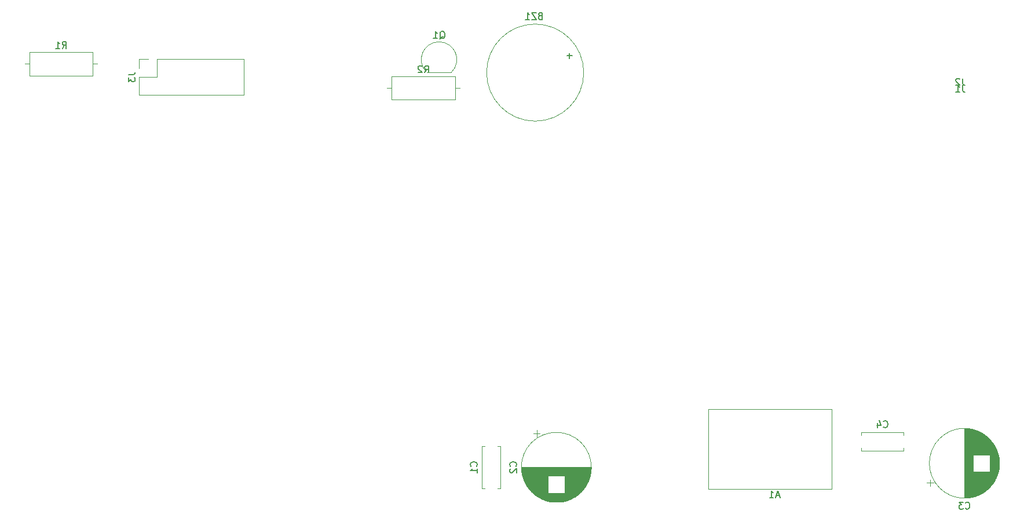
<source format=gbo>
%TF.GenerationSoftware,KiCad,Pcbnew,(5.1.12)-1*%
%TF.CreationDate,2022-06-03T19:18:09+02:00*%
%TF.ProjectId,pypilot_keyboard,70797069-6c6f-4745-9f6b-6579626f6172,rev?*%
%TF.SameCoordinates,Original*%
%TF.FileFunction,Legend,Bot*%
%TF.FilePolarity,Positive*%
%FSLAX46Y46*%
G04 Gerber Fmt 4.6, Leading zero omitted, Abs format (unit mm)*
G04 Created by KiCad (PCBNEW (5.1.12)-1) date 2022-06-03 19:18:09*
%MOMM*%
%LPD*%
G01*
G04 APERTURE LIST*
%ADD10C,0.120000*%
%ADD11C,0.150000*%
G04 APERTURE END LIST*
D10*
%TO.C,J3*%
X92015000Y-40580000D02*
X92015000Y-41910000D01*
X93345000Y-40580000D02*
X92015000Y-40580000D01*
X92015000Y-43180000D02*
X92015000Y-45780000D01*
X94615000Y-43180000D02*
X92015000Y-43180000D01*
X94615000Y-40580000D02*
X94615000Y-43180000D01*
X92015000Y-45780000D02*
X107375000Y-45780000D01*
X94615000Y-40580000D02*
X107375000Y-40580000D01*
X107375000Y-40580000D02*
X107375000Y-45780000D01*
%TO.C,R2*%
X138224000Y-43085600D02*
X138224000Y-46525600D01*
X138224000Y-46525600D02*
X128984000Y-46525600D01*
X128984000Y-46525600D02*
X128984000Y-43085600D01*
X128984000Y-43085600D02*
X138224000Y-43085600D01*
X138914000Y-44805600D02*
X138224000Y-44805600D01*
X128294000Y-44805600D02*
X128984000Y-44805600D01*
%TO.C,C3*%
X217805000Y-99695000D02*
G75*
G03*
X217805000Y-99695000I-5120000J0D01*
G01*
X212685000Y-104775000D02*
X212685000Y-94615000D01*
X212725000Y-104775000D02*
X212725000Y-94615000D01*
X212765000Y-104775000D02*
X212765000Y-94615000D01*
X212805000Y-104774000D02*
X212805000Y-94616000D01*
X212845000Y-104773000D02*
X212845000Y-94617000D01*
X212885000Y-104772000D02*
X212885000Y-94618000D01*
X212925000Y-104770000D02*
X212925000Y-94620000D01*
X212965000Y-104768000D02*
X212965000Y-94622000D01*
X213005000Y-104765000D02*
X213005000Y-94625000D01*
X213045000Y-104763000D02*
X213045000Y-94627000D01*
X213085000Y-104760000D02*
X213085000Y-94630000D01*
X213125000Y-104757000D02*
X213125000Y-94633000D01*
X213165000Y-104753000D02*
X213165000Y-94637000D01*
X213205000Y-104749000D02*
X213205000Y-94641000D01*
X213245000Y-104745000D02*
X213245000Y-94645000D01*
X213285000Y-104740000D02*
X213285000Y-94650000D01*
X213325000Y-104735000D02*
X213325000Y-94655000D01*
X213365000Y-104730000D02*
X213365000Y-94660000D01*
X213406000Y-104725000D02*
X213406000Y-94665000D01*
X213446000Y-104719000D02*
X213446000Y-94671000D01*
X213486000Y-104713000D02*
X213486000Y-94677000D01*
X213526000Y-104706000D02*
X213526000Y-94684000D01*
X213566000Y-104699000D02*
X213566000Y-94691000D01*
X213606000Y-104692000D02*
X213606000Y-94698000D01*
X213646000Y-104685000D02*
X213646000Y-94705000D01*
X213686000Y-104677000D02*
X213686000Y-94713000D01*
X213726000Y-104669000D02*
X213726000Y-94721000D01*
X213766000Y-104660000D02*
X213766000Y-94730000D01*
X213806000Y-104651000D02*
X213806000Y-94739000D01*
X213846000Y-104642000D02*
X213846000Y-94748000D01*
X213886000Y-104633000D02*
X213886000Y-94757000D01*
X213926000Y-104623000D02*
X213926000Y-94767000D01*
X213966000Y-104613000D02*
X213966000Y-100936000D01*
X213966000Y-98454000D02*
X213966000Y-94777000D01*
X214006000Y-104602000D02*
X214006000Y-100936000D01*
X214006000Y-98454000D02*
X214006000Y-94788000D01*
X214046000Y-104592000D02*
X214046000Y-100936000D01*
X214046000Y-98454000D02*
X214046000Y-94798000D01*
X214086000Y-104580000D02*
X214086000Y-100936000D01*
X214086000Y-98454000D02*
X214086000Y-94810000D01*
X214126000Y-104569000D02*
X214126000Y-100936000D01*
X214126000Y-98454000D02*
X214126000Y-94821000D01*
X214166000Y-104557000D02*
X214166000Y-100936000D01*
X214166000Y-98454000D02*
X214166000Y-94833000D01*
X214206000Y-104545000D02*
X214206000Y-100936000D01*
X214206000Y-98454000D02*
X214206000Y-94845000D01*
X214246000Y-104532000D02*
X214246000Y-100936000D01*
X214246000Y-98454000D02*
X214246000Y-94858000D01*
X214286000Y-104519000D02*
X214286000Y-100936000D01*
X214286000Y-98454000D02*
X214286000Y-94871000D01*
X214326000Y-104506000D02*
X214326000Y-100936000D01*
X214326000Y-98454000D02*
X214326000Y-94884000D01*
X214366000Y-104492000D02*
X214366000Y-100936000D01*
X214366000Y-98454000D02*
X214366000Y-94898000D01*
X214406000Y-104478000D02*
X214406000Y-100936000D01*
X214406000Y-98454000D02*
X214406000Y-94912000D01*
X214446000Y-104463000D02*
X214446000Y-100936000D01*
X214446000Y-98454000D02*
X214446000Y-94927000D01*
X214486000Y-104449000D02*
X214486000Y-100936000D01*
X214486000Y-98454000D02*
X214486000Y-94941000D01*
X214526000Y-104433000D02*
X214526000Y-100936000D01*
X214526000Y-98454000D02*
X214526000Y-94957000D01*
X214566000Y-104418000D02*
X214566000Y-100936000D01*
X214566000Y-98454000D02*
X214566000Y-94972000D01*
X214606000Y-104402000D02*
X214606000Y-100936000D01*
X214606000Y-98454000D02*
X214606000Y-94988000D01*
X214646000Y-104385000D02*
X214646000Y-100936000D01*
X214646000Y-98454000D02*
X214646000Y-95005000D01*
X214686000Y-104369000D02*
X214686000Y-100936000D01*
X214686000Y-98454000D02*
X214686000Y-95021000D01*
X214726000Y-104352000D02*
X214726000Y-100936000D01*
X214726000Y-98454000D02*
X214726000Y-95038000D01*
X214766000Y-104334000D02*
X214766000Y-100936000D01*
X214766000Y-98454000D02*
X214766000Y-95056000D01*
X214806000Y-104316000D02*
X214806000Y-100936000D01*
X214806000Y-98454000D02*
X214806000Y-95074000D01*
X214846000Y-104298000D02*
X214846000Y-100936000D01*
X214846000Y-98454000D02*
X214846000Y-95092000D01*
X214886000Y-104279000D02*
X214886000Y-100936000D01*
X214886000Y-98454000D02*
X214886000Y-95111000D01*
X214926000Y-104259000D02*
X214926000Y-100936000D01*
X214926000Y-98454000D02*
X214926000Y-95131000D01*
X214966000Y-104240000D02*
X214966000Y-100936000D01*
X214966000Y-98454000D02*
X214966000Y-95150000D01*
X215006000Y-104220000D02*
X215006000Y-100936000D01*
X215006000Y-98454000D02*
X215006000Y-95170000D01*
X215046000Y-104199000D02*
X215046000Y-100936000D01*
X215046000Y-98454000D02*
X215046000Y-95191000D01*
X215086000Y-104178000D02*
X215086000Y-100936000D01*
X215086000Y-98454000D02*
X215086000Y-95212000D01*
X215126000Y-104157000D02*
X215126000Y-100936000D01*
X215126000Y-98454000D02*
X215126000Y-95233000D01*
X215166000Y-104135000D02*
X215166000Y-100936000D01*
X215166000Y-98454000D02*
X215166000Y-95255000D01*
X215206000Y-104112000D02*
X215206000Y-100936000D01*
X215206000Y-98454000D02*
X215206000Y-95278000D01*
X215246000Y-104090000D02*
X215246000Y-100936000D01*
X215246000Y-98454000D02*
X215246000Y-95300000D01*
X215286000Y-104066000D02*
X215286000Y-100936000D01*
X215286000Y-98454000D02*
X215286000Y-95324000D01*
X215326000Y-104042000D02*
X215326000Y-100936000D01*
X215326000Y-98454000D02*
X215326000Y-95348000D01*
X215366000Y-104018000D02*
X215366000Y-100936000D01*
X215366000Y-98454000D02*
X215366000Y-95372000D01*
X215406000Y-103993000D02*
X215406000Y-100936000D01*
X215406000Y-98454000D02*
X215406000Y-95397000D01*
X215446000Y-103968000D02*
X215446000Y-100936000D01*
X215446000Y-98454000D02*
X215446000Y-95422000D01*
X215486000Y-103942000D02*
X215486000Y-100936000D01*
X215486000Y-98454000D02*
X215486000Y-95448000D01*
X215526000Y-103916000D02*
X215526000Y-100936000D01*
X215526000Y-98454000D02*
X215526000Y-95474000D01*
X215566000Y-103889000D02*
X215566000Y-100936000D01*
X215566000Y-98454000D02*
X215566000Y-95501000D01*
X215606000Y-103861000D02*
X215606000Y-100936000D01*
X215606000Y-98454000D02*
X215606000Y-95529000D01*
X215646000Y-103833000D02*
X215646000Y-100936000D01*
X215646000Y-98454000D02*
X215646000Y-95557000D01*
X215686000Y-103805000D02*
X215686000Y-100936000D01*
X215686000Y-98454000D02*
X215686000Y-95585000D01*
X215726000Y-103775000D02*
X215726000Y-100936000D01*
X215726000Y-98454000D02*
X215726000Y-95615000D01*
X215766000Y-103745000D02*
X215766000Y-100936000D01*
X215766000Y-98454000D02*
X215766000Y-95645000D01*
X215806000Y-103715000D02*
X215806000Y-100936000D01*
X215806000Y-98454000D02*
X215806000Y-95675000D01*
X215846000Y-103684000D02*
X215846000Y-100936000D01*
X215846000Y-98454000D02*
X215846000Y-95706000D01*
X215886000Y-103652000D02*
X215886000Y-100936000D01*
X215886000Y-98454000D02*
X215886000Y-95738000D01*
X215926000Y-103620000D02*
X215926000Y-100936000D01*
X215926000Y-98454000D02*
X215926000Y-95770000D01*
X215966000Y-103587000D02*
X215966000Y-100936000D01*
X215966000Y-98454000D02*
X215966000Y-95803000D01*
X216006000Y-103553000D02*
X216006000Y-100936000D01*
X216006000Y-98454000D02*
X216006000Y-95837000D01*
X216046000Y-103519000D02*
X216046000Y-100936000D01*
X216046000Y-98454000D02*
X216046000Y-95871000D01*
X216086000Y-103484000D02*
X216086000Y-100936000D01*
X216086000Y-98454000D02*
X216086000Y-95906000D01*
X216126000Y-103448000D02*
X216126000Y-100936000D01*
X216126000Y-98454000D02*
X216126000Y-95942000D01*
X216166000Y-103411000D02*
X216166000Y-100936000D01*
X216166000Y-98454000D02*
X216166000Y-95979000D01*
X216206000Y-103374000D02*
X216206000Y-100936000D01*
X216206000Y-98454000D02*
X216206000Y-96016000D01*
X216246000Y-103335000D02*
X216246000Y-100936000D01*
X216246000Y-98454000D02*
X216246000Y-96055000D01*
X216286000Y-103296000D02*
X216286000Y-100936000D01*
X216286000Y-98454000D02*
X216286000Y-96094000D01*
X216326000Y-103256000D02*
X216326000Y-100936000D01*
X216326000Y-98454000D02*
X216326000Y-96134000D01*
X216366000Y-103215000D02*
X216366000Y-100936000D01*
X216366000Y-98454000D02*
X216366000Y-96175000D01*
X216406000Y-103173000D02*
X216406000Y-100936000D01*
X216406000Y-98454000D02*
X216406000Y-96217000D01*
X216446000Y-103131000D02*
X216446000Y-96259000D01*
X216486000Y-103087000D02*
X216486000Y-96303000D01*
X216526000Y-103042000D02*
X216526000Y-96348000D01*
X216566000Y-102996000D02*
X216566000Y-96394000D01*
X216606000Y-102949000D02*
X216606000Y-96441000D01*
X216646000Y-102901000D02*
X216646000Y-96489000D01*
X216686000Y-102851000D02*
X216686000Y-96539000D01*
X216726000Y-102801000D02*
X216726000Y-96589000D01*
X216766000Y-102749000D02*
X216766000Y-96641000D01*
X216806000Y-102695000D02*
X216806000Y-96695000D01*
X216846000Y-102640000D02*
X216846000Y-96750000D01*
X216886000Y-102584000D02*
X216886000Y-96806000D01*
X216926000Y-102525000D02*
X216926000Y-96865000D01*
X216966000Y-102465000D02*
X216966000Y-96925000D01*
X217006000Y-102404000D02*
X217006000Y-96986000D01*
X217046000Y-102340000D02*
X217046000Y-97050000D01*
X217086000Y-102274000D02*
X217086000Y-97116000D01*
X217126000Y-102205000D02*
X217126000Y-97185000D01*
X217166000Y-102134000D02*
X217166000Y-97256000D01*
X217206000Y-102060000D02*
X217206000Y-97330000D01*
X217246000Y-101984000D02*
X217246000Y-97406000D01*
X217286000Y-101904000D02*
X217286000Y-97486000D01*
X217326000Y-101820000D02*
X217326000Y-97570000D01*
X217366000Y-101732000D02*
X217366000Y-97658000D01*
X217406000Y-101639000D02*
X217406000Y-97751000D01*
X217446000Y-101541000D02*
X217446000Y-97849000D01*
X217486000Y-101437000D02*
X217486000Y-97953000D01*
X217526000Y-101325000D02*
X217526000Y-98065000D01*
X217566000Y-101205000D02*
X217566000Y-98185000D01*
X217606000Y-101073000D02*
X217606000Y-98317000D01*
X217646000Y-100925000D02*
X217646000Y-98465000D01*
X217686000Y-100757000D02*
X217686000Y-98633000D01*
X217726000Y-100557000D02*
X217726000Y-98833000D01*
X217766000Y-100294000D02*
X217766000Y-99096000D01*
X207205354Y-102570000D02*
X208205354Y-102570000D01*
X207705354Y-103070000D02*
X207705354Y-102070000D01*
%TO.C,A1*%
X175260000Y-103505000D02*
X193294000Y-103505000D01*
X193294000Y-103505000D02*
X193294000Y-91821000D01*
X193294000Y-91821000D02*
X175260000Y-91821000D01*
X175260000Y-91821000D02*
X175260000Y-103505000D01*
%TO.C,BZ1*%
X157040000Y-42545000D02*
G75*
G03*
X157040000Y-42545000I-7100000J0D01*
G01*
%TO.C,C1*%
X142140000Y-97170000D02*
X142140000Y-103410000D01*
X144880000Y-97170000D02*
X144880000Y-103410000D01*
X142140000Y-97170000D02*
X142585000Y-97170000D01*
X144435000Y-97170000D02*
X144880000Y-97170000D01*
X142140000Y-103410000D02*
X142585000Y-103410000D01*
X144435000Y-103410000D02*
X144880000Y-103410000D01*
%TO.C,C2*%
X158155000Y-100290000D02*
G75*
G03*
X158155000Y-100290000I-5120000J0D01*
G01*
X147955000Y-100290000D02*
X158115000Y-100290000D01*
X147955000Y-100330000D02*
X158115000Y-100330000D01*
X147955000Y-100370000D02*
X158115000Y-100370000D01*
X147956000Y-100410000D02*
X158114000Y-100410000D01*
X147957000Y-100450000D02*
X158113000Y-100450000D01*
X147958000Y-100490000D02*
X158112000Y-100490000D01*
X147960000Y-100530000D02*
X158110000Y-100530000D01*
X147962000Y-100570000D02*
X158108000Y-100570000D01*
X147965000Y-100610000D02*
X158105000Y-100610000D01*
X147967000Y-100650000D02*
X158103000Y-100650000D01*
X147970000Y-100690000D02*
X158100000Y-100690000D01*
X147973000Y-100730000D02*
X158097000Y-100730000D01*
X147977000Y-100770000D02*
X158093000Y-100770000D01*
X147981000Y-100810000D02*
X158089000Y-100810000D01*
X147985000Y-100850000D02*
X158085000Y-100850000D01*
X147990000Y-100890000D02*
X158080000Y-100890000D01*
X147995000Y-100930000D02*
X158075000Y-100930000D01*
X148000000Y-100970000D02*
X158070000Y-100970000D01*
X148005000Y-101011000D02*
X158065000Y-101011000D01*
X148011000Y-101051000D02*
X158059000Y-101051000D01*
X148017000Y-101091000D02*
X158053000Y-101091000D01*
X148024000Y-101131000D02*
X158046000Y-101131000D01*
X148031000Y-101171000D02*
X158039000Y-101171000D01*
X148038000Y-101211000D02*
X158032000Y-101211000D01*
X148045000Y-101251000D02*
X158025000Y-101251000D01*
X148053000Y-101291000D02*
X158017000Y-101291000D01*
X148061000Y-101331000D02*
X158009000Y-101331000D01*
X148070000Y-101371000D02*
X158000000Y-101371000D01*
X148079000Y-101411000D02*
X157991000Y-101411000D01*
X148088000Y-101451000D02*
X157982000Y-101451000D01*
X148097000Y-101491000D02*
X157973000Y-101491000D01*
X148107000Y-101531000D02*
X157963000Y-101531000D01*
X148117000Y-101571000D02*
X151794000Y-101571000D01*
X154276000Y-101571000D02*
X157953000Y-101571000D01*
X148128000Y-101611000D02*
X151794000Y-101611000D01*
X154276000Y-101611000D02*
X157942000Y-101611000D01*
X148138000Y-101651000D02*
X151794000Y-101651000D01*
X154276000Y-101651000D02*
X157932000Y-101651000D01*
X148150000Y-101691000D02*
X151794000Y-101691000D01*
X154276000Y-101691000D02*
X157920000Y-101691000D01*
X148161000Y-101731000D02*
X151794000Y-101731000D01*
X154276000Y-101731000D02*
X157909000Y-101731000D01*
X148173000Y-101771000D02*
X151794000Y-101771000D01*
X154276000Y-101771000D02*
X157897000Y-101771000D01*
X148185000Y-101811000D02*
X151794000Y-101811000D01*
X154276000Y-101811000D02*
X157885000Y-101811000D01*
X148198000Y-101851000D02*
X151794000Y-101851000D01*
X154276000Y-101851000D02*
X157872000Y-101851000D01*
X148211000Y-101891000D02*
X151794000Y-101891000D01*
X154276000Y-101891000D02*
X157859000Y-101891000D01*
X148224000Y-101931000D02*
X151794000Y-101931000D01*
X154276000Y-101931000D02*
X157846000Y-101931000D01*
X148238000Y-101971000D02*
X151794000Y-101971000D01*
X154276000Y-101971000D02*
X157832000Y-101971000D01*
X148252000Y-102011000D02*
X151794000Y-102011000D01*
X154276000Y-102011000D02*
X157818000Y-102011000D01*
X148267000Y-102051000D02*
X151794000Y-102051000D01*
X154276000Y-102051000D02*
X157803000Y-102051000D01*
X148281000Y-102091000D02*
X151794000Y-102091000D01*
X154276000Y-102091000D02*
X157789000Y-102091000D01*
X148297000Y-102131000D02*
X151794000Y-102131000D01*
X154276000Y-102131000D02*
X157773000Y-102131000D01*
X148312000Y-102171000D02*
X151794000Y-102171000D01*
X154276000Y-102171000D02*
X157758000Y-102171000D01*
X148328000Y-102211000D02*
X151794000Y-102211000D01*
X154276000Y-102211000D02*
X157742000Y-102211000D01*
X148345000Y-102251000D02*
X151794000Y-102251000D01*
X154276000Y-102251000D02*
X157725000Y-102251000D01*
X148361000Y-102291000D02*
X151794000Y-102291000D01*
X154276000Y-102291000D02*
X157709000Y-102291000D01*
X148378000Y-102331000D02*
X151794000Y-102331000D01*
X154276000Y-102331000D02*
X157692000Y-102331000D01*
X148396000Y-102371000D02*
X151794000Y-102371000D01*
X154276000Y-102371000D02*
X157674000Y-102371000D01*
X148414000Y-102411000D02*
X151794000Y-102411000D01*
X154276000Y-102411000D02*
X157656000Y-102411000D01*
X148432000Y-102451000D02*
X151794000Y-102451000D01*
X154276000Y-102451000D02*
X157638000Y-102451000D01*
X148451000Y-102491000D02*
X151794000Y-102491000D01*
X154276000Y-102491000D02*
X157619000Y-102491000D01*
X148471000Y-102531000D02*
X151794000Y-102531000D01*
X154276000Y-102531000D02*
X157599000Y-102531000D01*
X148490000Y-102571000D02*
X151794000Y-102571000D01*
X154276000Y-102571000D02*
X157580000Y-102571000D01*
X148510000Y-102611000D02*
X151794000Y-102611000D01*
X154276000Y-102611000D02*
X157560000Y-102611000D01*
X148531000Y-102651000D02*
X151794000Y-102651000D01*
X154276000Y-102651000D02*
X157539000Y-102651000D01*
X148552000Y-102691000D02*
X151794000Y-102691000D01*
X154276000Y-102691000D02*
X157518000Y-102691000D01*
X148573000Y-102731000D02*
X151794000Y-102731000D01*
X154276000Y-102731000D02*
X157497000Y-102731000D01*
X148595000Y-102771000D02*
X151794000Y-102771000D01*
X154276000Y-102771000D02*
X157475000Y-102771000D01*
X148618000Y-102811000D02*
X151794000Y-102811000D01*
X154276000Y-102811000D02*
X157452000Y-102811000D01*
X148640000Y-102851000D02*
X151794000Y-102851000D01*
X154276000Y-102851000D02*
X157430000Y-102851000D01*
X148664000Y-102891000D02*
X151794000Y-102891000D01*
X154276000Y-102891000D02*
X157406000Y-102891000D01*
X148688000Y-102931000D02*
X151794000Y-102931000D01*
X154276000Y-102931000D02*
X157382000Y-102931000D01*
X148712000Y-102971000D02*
X151794000Y-102971000D01*
X154276000Y-102971000D02*
X157358000Y-102971000D01*
X148737000Y-103011000D02*
X151794000Y-103011000D01*
X154276000Y-103011000D02*
X157333000Y-103011000D01*
X148762000Y-103051000D02*
X151794000Y-103051000D01*
X154276000Y-103051000D02*
X157308000Y-103051000D01*
X148788000Y-103091000D02*
X151794000Y-103091000D01*
X154276000Y-103091000D02*
X157282000Y-103091000D01*
X148814000Y-103131000D02*
X151794000Y-103131000D01*
X154276000Y-103131000D02*
X157256000Y-103131000D01*
X148841000Y-103171000D02*
X151794000Y-103171000D01*
X154276000Y-103171000D02*
X157229000Y-103171000D01*
X148869000Y-103211000D02*
X151794000Y-103211000D01*
X154276000Y-103211000D02*
X157201000Y-103211000D01*
X148897000Y-103251000D02*
X151794000Y-103251000D01*
X154276000Y-103251000D02*
X157173000Y-103251000D01*
X148925000Y-103291000D02*
X151794000Y-103291000D01*
X154276000Y-103291000D02*
X157145000Y-103291000D01*
X148955000Y-103331000D02*
X151794000Y-103331000D01*
X154276000Y-103331000D02*
X157115000Y-103331000D01*
X148985000Y-103371000D02*
X151794000Y-103371000D01*
X154276000Y-103371000D02*
X157085000Y-103371000D01*
X149015000Y-103411000D02*
X151794000Y-103411000D01*
X154276000Y-103411000D02*
X157055000Y-103411000D01*
X149046000Y-103451000D02*
X151794000Y-103451000D01*
X154276000Y-103451000D02*
X157024000Y-103451000D01*
X149078000Y-103491000D02*
X151794000Y-103491000D01*
X154276000Y-103491000D02*
X156992000Y-103491000D01*
X149110000Y-103531000D02*
X151794000Y-103531000D01*
X154276000Y-103531000D02*
X156960000Y-103531000D01*
X149143000Y-103571000D02*
X151794000Y-103571000D01*
X154276000Y-103571000D02*
X156927000Y-103571000D01*
X149177000Y-103611000D02*
X151794000Y-103611000D01*
X154276000Y-103611000D02*
X156893000Y-103611000D01*
X149211000Y-103651000D02*
X151794000Y-103651000D01*
X154276000Y-103651000D02*
X156859000Y-103651000D01*
X149246000Y-103691000D02*
X151794000Y-103691000D01*
X154276000Y-103691000D02*
X156824000Y-103691000D01*
X149282000Y-103731000D02*
X151794000Y-103731000D01*
X154276000Y-103731000D02*
X156788000Y-103731000D01*
X149319000Y-103771000D02*
X151794000Y-103771000D01*
X154276000Y-103771000D02*
X156751000Y-103771000D01*
X149356000Y-103811000D02*
X151794000Y-103811000D01*
X154276000Y-103811000D02*
X156714000Y-103811000D01*
X149395000Y-103851000D02*
X151794000Y-103851000D01*
X154276000Y-103851000D02*
X156675000Y-103851000D01*
X149434000Y-103891000D02*
X151794000Y-103891000D01*
X154276000Y-103891000D02*
X156636000Y-103891000D01*
X149474000Y-103931000D02*
X151794000Y-103931000D01*
X154276000Y-103931000D02*
X156596000Y-103931000D01*
X149515000Y-103971000D02*
X151794000Y-103971000D01*
X154276000Y-103971000D02*
X156555000Y-103971000D01*
X149557000Y-104011000D02*
X151794000Y-104011000D01*
X154276000Y-104011000D02*
X156513000Y-104011000D01*
X149599000Y-104051000D02*
X156471000Y-104051000D01*
X149643000Y-104091000D02*
X156427000Y-104091000D01*
X149688000Y-104131000D02*
X156382000Y-104131000D01*
X149734000Y-104171000D02*
X156336000Y-104171000D01*
X149781000Y-104211000D02*
X156289000Y-104211000D01*
X149829000Y-104251000D02*
X156241000Y-104251000D01*
X149879000Y-104291000D02*
X156191000Y-104291000D01*
X149929000Y-104331000D02*
X156141000Y-104331000D01*
X149981000Y-104371000D02*
X156089000Y-104371000D01*
X150035000Y-104411000D02*
X156035000Y-104411000D01*
X150090000Y-104451000D02*
X155980000Y-104451000D01*
X150146000Y-104491000D02*
X155924000Y-104491000D01*
X150205000Y-104531000D02*
X155865000Y-104531000D01*
X150265000Y-104571000D02*
X155805000Y-104571000D01*
X150326000Y-104611000D02*
X155744000Y-104611000D01*
X150390000Y-104651000D02*
X155680000Y-104651000D01*
X150456000Y-104691000D02*
X155614000Y-104691000D01*
X150525000Y-104731000D02*
X155545000Y-104731000D01*
X150596000Y-104771000D02*
X155474000Y-104771000D01*
X150670000Y-104811000D02*
X155400000Y-104811000D01*
X150746000Y-104851000D02*
X155324000Y-104851000D01*
X150826000Y-104891000D02*
X155244000Y-104891000D01*
X150910000Y-104931000D02*
X155160000Y-104931000D01*
X150998000Y-104971000D02*
X155072000Y-104971000D01*
X151091000Y-105011000D02*
X154979000Y-105011000D01*
X151189000Y-105051000D02*
X154881000Y-105051000D01*
X151293000Y-105091000D02*
X154777000Y-105091000D01*
X151405000Y-105131000D02*
X154665000Y-105131000D01*
X151525000Y-105171000D02*
X154545000Y-105171000D01*
X151657000Y-105211000D02*
X154413000Y-105211000D01*
X151805000Y-105251000D02*
X154265000Y-105251000D01*
X151973000Y-105291000D02*
X154097000Y-105291000D01*
X152173000Y-105331000D02*
X153897000Y-105331000D01*
X152436000Y-105371000D02*
X153634000Y-105371000D01*
X150160000Y-94810354D02*
X150160000Y-95810354D01*
X149660000Y-95310354D02*
X150660000Y-95310354D01*
%TO.C,C4*%
X197580000Y-97445000D02*
X197580000Y-97890000D01*
X197580000Y-95150000D02*
X197580000Y-95595000D01*
X203820000Y-97445000D02*
X203820000Y-97890000D01*
X203820000Y-95150000D02*
X203820000Y-95595000D01*
X203820000Y-97890000D02*
X197580000Y-97890000D01*
X203820000Y-95150000D02*
X197580000Y-95150000D01*
%TO.C,Q1*%
X137690000Y-42490000D02*
X134090000Y-42490000D01*
X137728478Y-42478478D02*
G75*
G03*
X135890000Y-38040000I-1838478J1838478D01*
G01*
X134051522Y-42478478D02*
G75*
G02*
X135890000Y-38040000I1838478J1838478D01*
G01*
%TO.C,R1*%
X75335000Y-41275000D02*
X76025000Y-41275000D01*
X85955000Y-41275000D02*
X85265000Y-41275000D01*
X76025000Y-39555000D02*
X85265000Y-39555000D01*
X76025000Y-42995000D02*
X76025000Y-39555000D01*
X85265000Y-42995000D02*
X76025000Y-42995000D01*
X85265000Y-39555000D02*
X85265000Y-42995000D01*
%TO.C,J1*%
D11*
X212423333Y-44402380D02*
X212423333Y-45116666D01*
X212470952Y-45259523D01*
X212566190Y-45354761D01*
X212709047Y-45402380D01*
X212804285Y-45402380D01*
X211423333Y-45402380D02*
X211994761Y-45402380D01*
X211709047Y-45402380D02*
X211709047Y-44402380D01*
X211804285Y-44545238D01*
X211899523Y-44640476D01*
X211994761Y-44688095D01*
%TO.C,J2*%
X212423333Y-43402380D02*
X212423333Y-44116666D01*
X212470952Y-44259523D01*
X212566190Y-44354761D01*
X212709047Y-44402380D01*
X212804285Y-44402380D01*
X211994761Y-43497619D02*
X211947142Y-43450000D01*
X211851904Y-43402380D01*
X211613809Y-43402380D01*
X211518571Y-43450000D01*
X211470952Y-43497619D01*
X211423333Y-43592857D01*
X211423333Y-43688095D01*
X211470952Y-43830952D01*
X212042380Y-44402380D01*
X211423333Y-44402380D01*
%TO.C,J3*%
X90467380Y-42846666D02*
X91181666Y-42846666D01*
X91324523Y-42799047D01*
X91419761Y-42703809D01*
X91467380Y-42560952D01*
X91467380Y-42465714D01*
X90467380Y-43227619D02*
X90467380Y-43846666D01*
X90848333Y-43513333D01*
X90848333Y-43656190D01*
X90895952Y-43751428D01*
X90943571Y-43799047D01*
X91038809Y-43846666D01*
X91276904Y-43846666D01*
X91372142Y-43799047D01*
X91419761Y-43751428D01*
X91467380Y-43656190D01*
X91467380Y-43370476D01*
X91419761Y-43275238D01*
X91372142Y-43227619D01*
%TO.C,R2*%
X133770666Y-42537980D02*
X134104000Y-42061790D01*
X134342095Y-42537980D02*
X134342095Y-41537980D01*
X133961142Y-41537980D01*
X133865904Y-41585600D01*
X133818285Y-41633219D01*
X133770666Y-41728457D01*
X133770666Y-41871314D01*
X133818285Y-41966552D01*
X133865904Y-42014171D01*
X133961142Y-42061790D01*
X134342095Y-42061790D01*
X133389714Y-41633219D02*
X133342095Y-41585600D01*
X133246857Y-41537980D01*
X133008761Y-41537980D01*
X132913523Y-41585600D01*
X132865904Y-41633219D01*
X132818285Y-41728457D01*
X132818285Y-41823695D01*
X132865904Y-41966552D01*
X133437333Y-42537980D01*
X132818285Y-42537980D01*
%TO.C,C3*%
X212851666Y-106302142D02*
X212899285Y-106349761D01*
X213042142Y-106397380D01*
X213137380Y-106397380D01*
X213280238Y-106349761D01*
X213375476Y-106254523D01*
X213423095Y-106159285D01*
X213470714Y-105968809D01*
X213470714Y-105825952D01*
X213423095Y-105635476D01*
X213375476Y-105540238D01*
X213280238Y-105445000D01*
X213137380Y-105397380D01*
X213042142Y-105397380D01*
X212899285Y-105445000D01*
X212851666Y-105492619D01*
X212518333Y-105397380D02*
X211899285Y-105397380D01*
X212232619Y-105778333D01*
X212089761Y-105778333D01*
X211994523Y-105825952D01*
X211946904Y-105873571D01*
X211899285Y-105968809D01*
X211899285Y-106206904D01*
X211946904Y-106302142D01*
X211994523Y-106349761D01*
X212089761Y-106397380D01*
X212375476Y-106397380D01*
X212470714Y-106349761D01*
X212518333Y-106302142D01*
%TO.C,A1*%
X185626285Y-104433666D02*
X185150095Y-104433666D01*
X185721523Y-104719380D02*
X185388190Y-103719380D01*
X185054857Y-104719380D01*
X184197714Y-104719380D02*
X184769142Y-104719380D01*
X184483428Y-104719380D02*
X184483428Y-103719380D01*
X184578666Y-103862238D01*
X184673904Y-103957476D01*
X184769142Y-104005095D01*
%TO.C,BZ1*%
X150660952Y-34243571D02*
X150518095Y-34291190D01*
X150470476Y-34338809D01*
X150422857Y-34434047D01*
X150422857Y-34576904D01*
X150470476Y-34672142D01*
X150518095Y-34719761D01*
X150613333Y-34767380D01*
X150994285Y-34767380D01*
X150994285Y-33767380D01*
X150660952Y-33767380D01*
X150565714Y-33815000D01*
X150518095Y-33862619D01*
X150470476Y-33957857D01*
X150470476Y-34053095D01*
X150518095Y-34148333D01*
X150565714Y-34195952D01*
X150660952Y-34243571D01*
X150994285Y-34243571D01*
X150089523Y-33767380D02*
X149422857Y-33767380D01*
X150089523Y-34767380D01*
X149422857Y-34767380D01*
X148518095Y-34767380D02*
X149089523Y-34767380D01*
X148803809Y-34767380D02*
X148803809Y-33767380D01*
X148899047Y-33910238D01*
X148994285Y-34005476D01*
X149089523Y-34053095D01*
X155330952Y-40076428D02*
X154569047Y-40076428D01*
X154950000Y-40457380D02*
X154950000Y-39695476D01*
%TO.C,C1*%
X141367142Y-100123333D02*
X141414761Y-100075714D01*
X141462380Y-99932857D01*
X141462380Y-99837619D01*
X141414761Y-99694761D01*
X141319523Y-99599523D01*
X141224285Y-99551904D01*
X141033809Y-99504285D01*
X140890952Y-99504285D01*
X140700476Y-99551904D01*
X140605238Y-99599523D01*
X140510000Y-99694761D01*
X140462380Y-99837619D01*
X140462380Y-99932857D01*
X140510000Y-100075714D01*
X140557619Y-100123333D01*
X141462380Y-101075714D02*
X141462380Y-100504285D01*
X141462380Y-100790000D02*
X140462380Y-100790000D01*
X140605238Y-100694761D01*
X140700476Y-100599523D01*
X140748095Y-100504285D01*
%TO.C,C2*%
X147142142Y-100123333D02*
X147189761Y-100075714D01*
X147237380Y-99932857D01*
X147237380Y-99837619D01*
X147189761Y-99694761D01*
X147094523Y-99599523D01*
X146999285Y-99551904D01*
X146808809Y-99504285D01*
X146665952Y-99504285D01*
X146475476Y-99551904D01*
X146380238Y-99599523D01*
X146285000Y-99694761D01*
X146237380Y-99837619D01*
X146237380Y-99932857D01*
X146285000Y-100075714D01*
X146332619Y-100123333D01*
X146332619Y-100504285D02*
X146285000Y-100551904D01*
X146237380Y-100647142D01*
X146237380Y-100885238D01*
X146285000Y-100980476D01*
X146332619Y-101028095D01*
X146427857Y-101075714D01*
X146523095Y-101075714D01*
X146665952Y-101028095D01*
X147237380Y-100456666D01*
X147237380Y-101075714D01*
%TO.C,C4*%
X200866666Y-94377142D02*
X200914285Y-94424761D01*
X201057142Y-94472380D01*
X201152380Y-94472380D01*
X201295238Y-94424761D01*
X201390476Y-94329523D01*
X201438095Y-94234285D01*
X201485714Y-94043809D01*
X201485714Y-93900952D01*
X201438095Y-93710476D01*
X201390476Y-93615238D01*
X201295238Y-93520000D01*
X201152380Y-93472380D01*
X201057142Y-93472380D01*
X200914285Y-93520000D01*
X200866666Y-93567619D01*
X200009523Y-93805714D02*
X200009523Y-94472380D01*
X200247619Y-93424761D02*
X200485714Y-94139047D01*
X199866666Y-94139047D01*
%TO.C,Q1*%
X135985238Y-37627619D02*
X136080476Y-37580000D01*
X136175714Y-37484761D01*
X136318571Y-37341904D01*
X136413809Y-37294285D01*
X136509047Y-37294285D01*
X136461428Y-37532380D02*
X136556666Y-37484761D01*
X136651904Y-37389523D01*
X136699523Y-37199047D01*
X136699523Y-36865714D01*
X136651904Y-36675238D01*
X136556666Y-36580000D01*
X136461428Y-36532380D01*
X136270952Y-36532380D01*
X136175714Y-36580000D01*
X136080476Y-36675238D01*
X136032857Y-36865714D01*
X136032857Y-37199047D01*
X136080476Y-37389523D01*
X136175714Y-37484761D01*
X136270952Y-37532380D01*
X136461428Y-37532380D01*
X135080476Y-37532380D02*
X135651904Y-37532380D01*
X135366190Y-37532380D02*
X135366190Y-36532380D01*
X135461428Y-36675238D01*
X135556666Y-36770476D01*
X135651904Y-36818095D01*
%TO.C,R1*%
X80811666Y-39007380D02*
X81145000Y-38531190D01*
X81383095Y-39007380D02*
X81383095Y-38007380D01*
X81002142Y-38007380D01*
X80906904Y-38055000D01*
X80859285Y-38102619D01*
X80811666Y-38197857D01*
X80811666Y-38340714D01*
X80859285Y-38435952D01*
X80906904Y-38483571D01*
X81002142Y-38531190D01*
X81383095Y-38531190D01*
X79859285Y-39007380D02*
X80430714Y-39007380D01*
X80145000Y-39007380D02*
X80145000Y-38007380D01*
X80240238Y-38150238D01*
X80335476Y-38245476D01*
X80430714Y-38293095D01*
%TD*%
M02*

</source>
